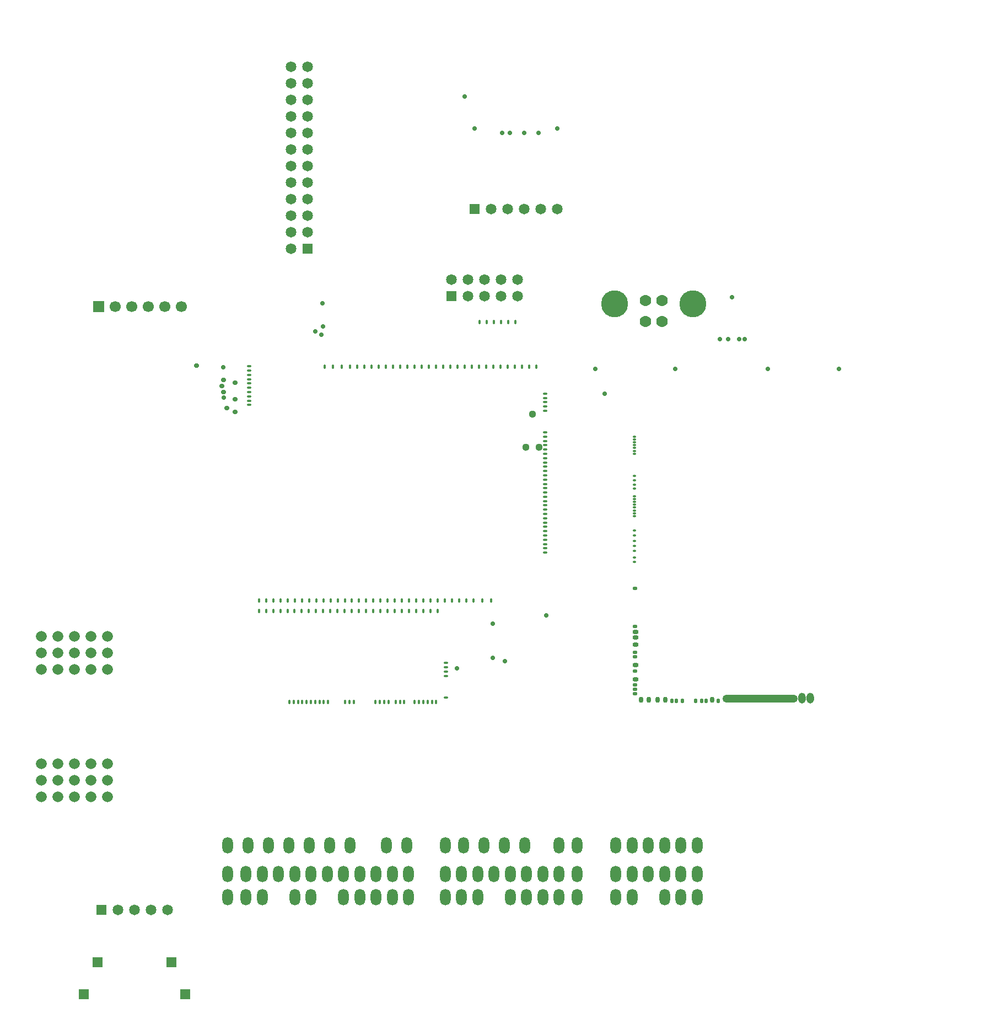
<source format=gbs>
G75*
G70*
%OFA0B0*%
%FSLAX25Y25*%
%IPPOS*%
%LPD*%
%AMOC8*
5,1,8,0,0,1.08239X$1,22.5*
%
%AMM65*
21,1,0.015350,0.009840,0.000000,0.000000,180.000000*
21,1,0.000000,0.025200,0.000000,0.000000,180.000000*
1,1,0.015350,0.000000,0.004920*
1,1,0.015350,0.000000,0.004920*
1,1,0.015350,0.000000,-0.004920*
1,1,0.015350,0.000000,-0.004920*
%
%AMM66*
21,1,0.015350,0.009840,0.000000,0.000000,90.000000*
21,1,0.000000,0.025200,0.000000,0.000000,90.000000*
1,1,0.015350,0.004920,0.000000*
1,1,0.015350,0.004920,0.000000*
1,1,0.015350,-0.004920,0.000000*
1,1,0.015350,-0.004920,0.000000*
%
%AMM85*
21,1,0.015350,0.009840,0.000000,0.000000,0.000000*
21,1,0.000000,0.025200,0.000000,0.000000,0.000000*
1,1,0.015350,0.000000,-0.004920*
1,1,0.015350,0.000000,-0.004920*
1,1,0.015350,0.000000,0.004920*
1,1,0.015350,0.000000,0.004920*
%
%ADD105C,0.04451*%
%ADD138O,0.02913X0.02126*%
%ADD142O,0.04488X0.06457*%
%ADD153O,0.02913X0.03701*%
%ADD184M65*%
%ADD187O,0.45433X0.04882*%
%ADD19C,0.06951*%
%ADD241O,0.06457X0.10000*%
%ADD244M85*%
%ADD249R,0.06457X0.06457*%
%ADD264C,0.00551*%
%ADD270M66*%
%ADD281O,0.02126X0.01339*%
%ADD32C,0.16299*%
%ADD41C,0.06693*%
%ADD50R,0.06693X0.06693*%
%ADD71C,0.06551*%
%ADD75O,0.02126X0.02913*%
%ADD78C,0.06457*%
%ADD82O,0.03701X0.02913*%
%ADD89C,0.02913*%
X0000000Y0000000D02*
G01*
G75*
D142*
X0495282Y0198873D02*
D03*
X0490337Y0198873D02*
D03*
D82*
X0389652Y0238834D02*
D03*
X0389652Y0235389D02*
D03*
X0389652Y0231156D02*
D03*
X0389652Y0218853D02*
D03*
X0389652Y0209896D02*
D03*
D32*
X0376791Y0437106D02*
D03*
X0424193Y0437106D02*
D03*
D89*
X0303219Y0223002D02*
D03*
X0335531Y0248819D02*
D03*
X0310630Y0221063D02*
D03*
X0281693Y0216634D02*
D03*
X0303150Y0243602D02*
D03*
X0286122Y0562225D02*
D03*
X0313583Y0540276D02*
D03*
X0330906Y0540276D02*
D03*
X0322146Y0540276D02*
D03*
X0292323Y0542914D02*
D03*
X0308957Y0540276D02*
D03*
X0342339Y0542949D02*
D03*
X0200374Y0437323D02*
D03*
X0200669Y0423347D02*
D03*
X0199488Y0418327D02*
D03*
X0196043Y0420394D02*
D03*
X0447756Y0441043D02*
D03*
X0445571Y0415748D02*
D03*
X0440551Y0415748D02*
D03*
X0455610Y0415748D02*
D03*
X0452067Y0415748D02*
D03*
X0365302Y0397638D02*
D03*
X0413583Y0397638D02*
D03*
X0370768Y0382677D02*
D03*
X0512402Y0397638D02*
D03*
X0469488Y0397638D02*
D03*
X0140413Y0391142D02*
D03*
X0147638Y0389468D02*
D03*
X0139567Y0387303D02*
D03*
X0140413Y0383858D02*
D03*
X0147638Y0379232D02*
D03*
X0140709Y0380512D02*
D03*
X0142480Y0374114D02*
D03*
X0147638Y0371555D02*
D03*
X0140354Y0398622D02*
D03*
X0124311Y0399803D02*
D03*
D71*
X0030315Y0139016D02*
D03*
X0040315Y0139016D02*
D03*
X0050315Y0139016D02*
D03*
X0060315Y0139016D02*
D03*
X0070315Y0139016D02*
D03*
X0030315Y0149016D02*
D03*
X0070315Y0149016D02*
D03*
X0060315Y0149016D02*
D03*
X0050315Y0149016D02*
D03*
X0040315Y0149016D02*
D03*
X0040315Y0159016D02*
D03*
X0050315Y0159016D02*
D03*
X0060315Y0159016D02*
D03*
X0070315Y0159016D02*
D03*
X0030315Y0159016D02*
D03*
X0030315Y0215945D02*
D03*
X0040315Y0215945D02*
D03*
X0050315Y0215945D02*
D03*
X0060315Y0215945D02*
D03*
X0070315Y0215945D02*
D03*
X0030315Y0225945D02*
D03*
X0070315Y0225945D02*
D03*
X0060315Y0225945D02*
D03*
X0050315Y0225945D02*
D03*
X0040315Y0225945D02*
D03*
X0040315Y0235945D02*
D03*
X0050315Y0235945D02*
D03*
X0060315Y0235945D02*
D03*
X0070315Y0235945D02*
D03*
X0030315Y0235945D02*
D03*
D264*
X0460630Y0027559D02*
D03*
X0086614Y0027559D02*
D03*
X0173622Y0056890D02*
D03*
X0397244Y0056890D02*
D03*
X0135256Y0484803D02*
D03*
X0044272Y0484803D02*
D03*
X0019879Y0279921D02*
D03*
X0586614Y0020079D02*
D03*
X0586614Y0605905D02*
D03*
X0019685Y0605905D02*
D03*
X0019685Y0020079D02*
D03*
D249*
X0108858Y0038878D02*
D03*
X0064370Y0038878D02*
D03*
X0117323Y0019685D02*
D03*
X0055905Y0019685D02*
D03*
X0066614Y0070866D02*
D03*
X0292126Y0494488D02*
D03*
D78*
X0106614Y0070866D02*
D03*
X0096614Y0070866D02*
D03*
X0086614Y0070866D02*
D03*
X0076614Y0070866D02*
D03*
X0342126Y0494488D02*
D03*
X0332126Y0494488D02*
D03*
X0322126Y0494488D02*
D03*
X0312126Y0494488D02*
D03*
X0302126Y0494488D02*
D03*
X0181142Y0580472D02*
D03*
X0191142Y0580472D02*
D03*
X0181142Y0570472D02*
D03*
X0191142Y0570472D02*
D03*
X0181142Y0560472D02*
D03*
X0191142Y0560472D02*
D03*
X0181142Y0550472D02*
D03*
X0191142Y0550472D02*
D03*
X0181142Y0540472D02*
D03*
X0191142Y0540472D02*
D03*
X0181142Y0530472D02*
D03*
X0191142Y0530472D02*
D03*
X0181142Y0520472D02*
D03*
X0191142Y0520472D02*
D03*
X0181142Y0510472D02*
D03*
X0191142Y0510472D02*
D03*
X0181142Y0500472D02*
D03*
X0191142Y0500472D02*
D03*
X0181142Y0490472D02*
D03*
X0191142Y0490472D02*
D03*
X0181142Y0480472D02*
D03*
X0191142Y0480472D02*
D03*
X0181142Y0470472D02*
D03*
D241*
X0142913Y0092520D02*
D03*
X0142913Y0078347D02*
D03*
X0153937Y0092520D02*
D03*
X0153937Y0078347D02*
D03*
X0163779Y0092520D02*
D03*
X0163779Y0078347D02*
D03*
X0173622Y0092520D02*
D03*
X0183465Y0092520D02*
D03*
X0183465Y0078347D02*
D03*
X0193307Y0092520D02*
D03*
X0193307Y0078347D02*
D03*
X0203150Y0092520D02*
D03*
X0212992Y0078347D02*
D03*
X0212992Y0092520D02*
D03*
X0222835Y0078347D02*
D03*
X0222835Y0092520D02*
D03*
X0232677Y0078347D02*
D03*
X0232677Y0092520D02*
D03*
X0242520Y0078347D02*
D03*
X0242520Y0092520D02*
D03*
X0238858Y0109843D02*
D03*
X0252362Y0078347D02*
D03*
X0252362Y0092520D02*
D03*
X0251181Y0109843D02*
D03*
X0274409Y0078347D02*
D03*
X0274409Y0092520D02*
D03*
X0274409Y0109843D02*
D03*
X0284252Y0078347D02*
D03*
X0284252Y0092520D02*
D03*
X0285433Y0109843D02*
D03*
X0294094Y0078347D02*
D03*
X0294094Y0092520D02*
D03*
X0303937Y0092520D02*
D03*
X0297756Y0109843D02*
D03*
X0313779Y0078347D02*
D03*
X0313779Y0092520D02*
D03*
X0310079Y0109843D02*
D03*
X0323622Y0078347D02*
D03*
X0323622Y0092520D02*
D03*
X0322402Y0109843D02*
D03*
X0333465Y0078347D02*
D03*
X0333465Y0092520D02*
D03*
X0343307Y0078347D02*
D03*
X0343307Y0092520D02*
D03*
X0343307Y0109843D02*
D03*
X0354331Y0078347D02*
D03*
X0354331Y0092520D02*
D03*
X0354331Y0109843D02*
D03*
X0377559Y0078347D02*
D03*
X0377559Y0092520D02*
D03*
X0377559Y0109843D02*
D03*
X0387402Y0078347D02*
D03*
X0387402Y0092520D02*
D03*
X0387402Y0109843D02*
D03*
X0397244Y0092520D02*
D03*
X0407087Y0078347D02*
D03*
X0407087Y0092520D02*
D03*
X0407087Y0109843D02*
D03*
X0416929Y0078347D02*
D03*
X0416929Y0092520D02*
D03*
X0426772Y0078347D02*
D03*
X0426772Y0092520D02*
D03*
X0416929Y0109843D02*
D03*
X0426772Y0109843D02*
D03*
X0216850Y0109843D02*
D03*
X0204528Y0109843D02*
D03*
X0192205Y0109843D02*
D03*
X0179882Y0109843D02*
D03*
X0167559Y0109843D02*
D03*
X0155236Y0109843D02*
D03*
X0142913Y0109843D02*
D03*
X0397244Y0109843D02*
D03*
D19*
X0405413Y0426437D02*
D03*
X0405413Y0439094D02*
D03*
X0395571Y0439094D02*
D03*
X0395571Y0426437D02*
D03*
D41*
X0114764Y0435433D02*
D03*
X0104764Y0435433D02*
D03*
X0094764Y0435433D02*
D03*
X0084764Y0435433D02*
D03*
X0074764Y0435433D02*
D03*
D50*
X0064764Y0435433D02*
D03*
D249*
X0191142Y0470472D02*
D03*
D184*
X0295079Y0425886D02*
D03*
X0299409Y0425886D02*
D03*
X0303740Y0425886D02*
D03*
X0308071Y0425886D02*
D03*
X0312402Y0425886D02*
D03*
X0316732Y0425886D02*
D03*
X0329626Y0399024D02*
D03*
X0161752Y0257571D02*
D03*
X0183406Y0257571D02*
D03*
X0187736Y0257571D02*
D03*
X0312303Y0399024D02*
D03*
X0307972Y0399024D02*
D03*
X0303642Y0399024D02*
D03*
X0299311Y0399024D02*
D03*
X0294980Y0399024D02*
D03*
X0290650Y0399024D02*
D03*
X0286319Y0399024D02*
D03*
X0281988Y0399024D02*
D03*
X0277657Y0399024D02*
D03*
X0273327Y0399024D02*
D03*
X0268996Y0399024D02*
D03*
X0264665Y0399024D02*
D03*
X0260335Y0399024D02*
D03*
X0256004Y0399024D02*
D03*
X0251673Y0399024D02*
D03*
X0247342Y0399024D02*
D03*
X0243012Y0399024D02*
D03*
X0238681Y0399024D02*
D03*
X0234350Y0399024D02*
D03*
X0230020Y0399024D02*
D03*
X0225689Y0399024D02*
D03*
X0221358Y0399024D02*
D03*
X0201398Y0399024D02*
D03*
X0206594Y0399024D02*
D03*
X0211791Y0399024D02*
D03*
X0217028Y0399024D02*
D03*
X0192067Y0257571D02*
D03*
X0196398Y0257571D02*
D03*
X0200729Y0257571D02*
D03*
X0205059Y0257571D02*
D03*
X0209390Y0257571D02*
D03*
X0213721Y0257571D02*
D03*
X0218051Y0257571D02*
D03*
X0222382Y0257571D02*
D03*
X0226713Y0257571D02*
D03*
X0231043Y0257571D02*
D03*
X0235374Y0257571D02*
D03*
X0239705Y0257571D02*
D03*
X0244036Y0257571D02*
D03*
X0248366Y0257571D02*
D03*
X0252697Y0257571D02*
D03*
X0257028Y0257571D02*
D03*
X0261358Y0257571D02*
D03*
X0265689Y0257571D02*
D03*
X0270020Y0257571D02*
D03*
X0274350Y0257571D02*
D03*
X0278681Y0257571D02*
D03*
X0283012Y0257571D02*
D03*
X0302067Y0257571D02*
D03*
X0296870Y0257571D02*
D03*
X0291673Y0257571D02*
D03*
X0287343Y0257571D02*
D03*
X0166083Y0257571D02*
D03*
X0170414Y0257571D02*
D03*
X0174744Y0257571D02*
D03*
X0179075Y0257571D02*
D03*
X0325295Y0399024D02*
D03*
X0320964Y0399024D02*
D03*
X0316634Y0399024D02*
D03*
X0174724Y0251287D02*
D03*
X0170394Y0251287D02*
D03*
X0166063Y0251287D02*
D03*
X0161732Y0251287D02*
D03*
X0269012Y0196319D02*
D03*
X0266413Y0196319D02*
D03*
X0263815Y0196319D02*
D03*
X0261217Y0196319D02*
D03*
X0258618Y0196319D02*
D03*
X0256020Y0196319D02*
D03*
X0249717Y0196319D02*
D03*
X0247118Y0196319D02*
D03*
X0244520Y0196319D02*
D03*
X0240107Y0196319D02*
D03*
X0237508Y0196319D02*
D03*
X0234910Y0196319D02*
D03*
X0232311Y0196319D02*
D03*
X0219217Y0196319D02*
D03*
X0216618Y0196319D02*
D03*
X0214020Y0196319D02*
D03*
X0203602Y0196319D02*
D03*
X0201004Y0196319D02*
D03*
X0198406Y0196319D02*
D03*
X0195807Y0196319D02*
D03*
X0193209Y0196319D02*
D03*
X0190610Y0196319D02*
D03*
X0188012Y0196319D02*
D03*
X0185413Y0196319D02*
D03*
X0182815Y0196319D02*
D03*
X0180217Y0196319D02*
D03*
X0179055Y0251287D02*
D03*
X0183386Y0251287D02*
D03*
X0187716Y0251287D02*
D03*
X0192047Y0251287D02*
D03*
X0196378Y0251287D02*
D03*
X0200709Y0251287D02*
D03*
X0205039Y0251287D02*
D03*
X0209370Y0251287D02*
D03*
X0213701Y0251287D02*
D03*
X0218031Y0251287D02*
D03*
X0222362Y0251287D02*
D03*
X0226693Y0251287D02*
D03*
X0231024Y0251287D02*
D03*
X0235354Y0251287D02*
D03*
X0239685Y0251287D02*
D03*
X0244016Y0251287D02*
D03*
X0248346Y0251287D02*
D03*
X0252677Y0251287D02*
D03*
X0257008Y0251287D02*
D03*
X0261338Y0251287D02*
D03*
X0265669Y0251287D02*
D03*
X0270000Y0251287D02*
D03*
D281*
X0388864Y0356845D02*
D03*
X0388864Y0355113D02*
D03*
X0388864Y0353381D02*
D03*
X0388864Y0351648D02*
D03*
X0388864Y0349916D02*
D03*
X0388864Y0348184D02*
D03*
X0388864Y0346452D02*
D03*
X0388864Y0333046D02*
D03*
X0388864Y0330448D02*
D03*
X0388864Y0327849D02*
D03*
X0388864Y0325251D02*
D03*
X0388864Y0320822D02*
D03*
X0388864Y0319089D02*
D03*
X0388864Y0317357D02*
D03*
X0388864Y0315625D02*
D03*
X0388864Y0313893D02*
D03*
X0388864Y0312160D02*
D03*
X0388864Y0310428D02*
D03*
X0388864Y0308696D02*
D03*
X0388864Y0300054D02*
D03*
X0388864Y0296921D02*
D03*
X0388864Y0293771D02*
D03*
X0388864Y0290621D02*
D03*
X0388864Y0281078D02*
D03*
X0388864Y0283676D02*
D03*
X0388864Y0287849D02*
D03*
D138*
X0389278Y0265113D02*
D03*
X0389278Y0242082D02*
D03*
X0389278Y0201256D02*
D03*
X0389278Y0203991D02*
D03*
X0389278Y0206669D02*
D03*
X0389278Y0215035D02*
D03*
X0389278Y0223873D02*
D03*
X0389278Y0226432D02*
D03*
D153*
X0392821Y0197593D02*
D03*
X0397447Y0197593D02*
D03*
X0402762Y0197593D02*
D03*
X0407388Y0197593D02*
D03*
X0435734Y0197593D02*
D03*
D187*
X0464967Y0198381D02*
D03*
D75*
X0439573Y0197200D02*
D03*
X0432310Y0197200D02*
D03*
X0425913Y0197200D02*
D03*
X0411404Y0197200D02*
D03*
X0414200Y0197200D02*
D03*
X0417743Y0197200D02*
D03*
X0429435Y0197200D02*
D03*
D270*
X0155807Y0396693D02*
D03*
X0155807Y0399291D02*
D03*
X0155807Y0375905D02*
D03*
X0155807Y0378504D02*
D03*
X0155807Y0381102D02*
D03*
X0155807Y0383701D02*
D03*
X0155807Y0386299D02*
D03*
X0155807Y0388898D02*
D03*
X0155807Y0391496D02*
D03*
X0155807Y0394094D02*
D03*
X0335047Y0307421D02*
D03*
X0335047Y0310020D02*
D03*
X0335047Y0312618D02*
D03*
X0335047Y0315216D02*
D03*
X0335047Y0317815D02*
D03*
X0335047Y0320413D02*
D03*
X0335047Y0323012D02*
D03*
X0335047Y0325610D02*
D03*
X0335047Y0328209D02*
D03*
X0335047Y0330807D02*
D03*
X0335047Y0333405D02*
D03*
X0335047Y0336004D02*
D03*
X0335047Y0338602D02*
D03*
X0335047Y0341201D02*
D03*
X0335047Y0343799D02*
D03*
X0335047Y0346398D02*
D03*
X0335047Y0348996D02*
D03*
X0335047Y0351594D02*
D03*
X0335047Y0354193D02*
D03*
X0335047Y0356791D02*
D03*
X0335047Y0359390D02*
D03*
X0335047Y0372382D02*
D03*
X0335047Y0382776D02*
D03*
X0335047Y0380177D02*
D03*
X0335047Y0377579D02*
D03*
X0335047Y0374980D02*
D03*
X0335047Y0286634D02*
D03*
X0335047Y0289232D02*
D03*
X0335047Y0291831D02*
D03*
X0335047Y0294429D02*
D03*
X0335047Y0297027D02*
D03*
X0335047Y0299626D02*
D03*
X0335047Y0302224D02*
D03*
X0335047Y0304823D02*
D03*
X0275000Y0199127D02*
D03*
X0275000Y0219914D02*
D03*
X0275000Y0217316D02*
D03*
X0275000Y0214717D02*
D03*
X0275000Y0212119D02*
D03*
X0154331Y0194882D02*
G01*
G75*
D244*
X0270000Y0251288D02*
D03*
X0265669Y0251288D02*
D03*
X0261339Y0251288D02*
D03*
X0257008Y0251288D02*
D03*
X0252677Y0251288D02*
D03*
X0248347Y0251288D02*
D03*
X0244016Y0251288D02*
D03*
X0239685Y0251288D02*
D03*
X0235355Y0251288D02*
D03*
X0231024Y0251288D02*
D03*
X0226693Y0251288D02*
D03*
X0222362Y0251288D02*
D03*
X0218032Y0251288D02*
D03*
X0213701Y0251288D02*
D03*
X0209370Y0251288D02*
D03*
X0205040Y0251288D02*
D03*
X0200709Y0251288D02*
D03*
X0196378Y0251288D02*
D03*
X0192047Y0251288D02*
D03*
X0187717Y0251288D02*
D03*
X0183386Y0251288D02*
D03*
X0179055Y0251288D02*
D03*
X0180217Y0196319D02*
D03*
X0182815Y0196319D02*
D03*
X0185414Y0196319D02*
D03*
X0188012Y0196319D02*
D03*
X0190611Y0196319D02*
D03*
X0193209Y0196319D02*
D03*
X0195807Y0196319D02*
D03*
X0198406Y0196319D02*
D03*
X0201004Y0196319D02*
D03*
X0203603Y0196319D02*
D03*
X0214020Y0196319D02*
D03*
X0216618Y0196319D02*
D03*
X0219217Y0196319D02*
D03*
X0232312Y0196319D02*
D03*
X0234910Y0196319D02*
D03*
X0237509Y0196319D02*
D03*
X0240107Y0196319D02*
D03*
X0244520Y0196319D02*
D03*
X0247118Y0196319D02*
D03*
X0249717Y0196319D02*
D03*
X0256020Y0196319D02*
D03*
X0258618Y0196319D02*
D03*
X0261217Y0196319D02*
D03*
X0263815Y0196319D02*
D03*
X0266414Y0196319D02*
D03*
X0269012Y0196319D02*
D03*
X0161733Y0251288D02*
D03*
X0166063Y0251288D02*
D03*
X0170394Y0251288D02*
D03*
X0174725Y0251288D02*
D03*
D270*
X0275000Y0212119D02*
D03*
X0275000Y0214717D02*
D03*
X0275000Y0217316D02*
D03*
X0275000Y0219914D02*
D03*
X0275000Y0199127D02*
D03*
X0153937Y0255512D02*
G01*
G75*
D105*
X0323362Y0350433D02*
D03*
X0331362Y0350433D02*
D03*
X0327362Y0370433D02*
D03*
D270*
X0155807Y0396693D02*
D03*
X0155807Y0399292D02*
D03*
X0155807Y0375906D02*
D03*
X0155807Y0378504D02*
D03*
X0155807Y0381103D02*
D03*
X0155807Y0383701D02*
D03*
X0155807Y0386299D02*
D03*
X0155807Y0388898D02*
D03*
X0155807Y0391496D02*
D03*
X0155807Y0394095D02*
D03*
X0335047Y0307421D02*
D03*
X0335047Y0310020D02*
D03*
X0335047Y0312618D02*
D03*
X0335047Y0315217D02*
D03*
X0335047Y0317815D02*
D03*
X0335047Y0320414D02*
D03*
X0335047Y0323012D02*
D03*
X0335047Y0325610D02*
D03*
X0335047Y0328209D02*
D03*
X0335047Y0330807D02*
D03*
X0335047Y0333406D02*
D03*
X0335047Y0336004D02*
D03*
X0335047Y0338603D02*
D03*
X0335047Y0341201D02*
D03*
X0335047Y0343799D02*
D03*
X0335047Y0346398D02*
D03*
X0335047Y0348996D02*
D03*
X0335047Y0351595D02*
D03*
X0335047Y0354193D02*
D03*
X0335047Y0356791D02*
D03*
X0335047Y0359390D02*
D03*
X0335047Y0372382D02*
D03*
X0335047Y0382776D02*
D03*
X0335047Y0380177D02*
D03*
X0335047Y0377579D02*
D03*
X0335047Y0374980D02*
D03*
X0335047Y0286634D02*
D03*
X0335047Y0289232D02*
D03*
X0335047Y0291831D02*
D03*
X0335047Y0294429D02*
D03*
X0335047Y0297028D02*
D03*
X0335047Y0299626D02*
D03*
X0335047Y0302225D02*
D03*
X0335047Y0304823D02*
D03*
D244*
X0329626Y0399024D02*
D03*
X0161752Y0257571D02*
D03*
X0183406Y0257571D02*
D03*
X0187736Y0257571D02*
D03*
X0312303Y0399024D02*
D03*
X0307972Y0399024D02*
D03*
X0303642Y0399024D02*
D03*
X0299311Y0399024D02*
D03*
X0294980Y0399024D02*
D03*
X0290650Y0399024D02*
D03*
X0286319Y0399024D02*
D03*
X0281988Y0399024D02*
D03*
X0277657Y0399024D02*
D03*
X0273327Y0399024D02*
D03*
X0268996Y0399024D02*
D03*
X0264665Y0399024D02*
D03*
X0260335Y0399024D02*
D03*
X0256004Y0399024D02*
D03*
X0251673Y0399024D02*
D03*
X0247342Y0399024D02*
D03*
X0243012Y0399024D02*
D03*
X0238681Y0399024D02*
D03*
X0234350Y0399024D02*
D03*
X0230020Y0399024D02*
D03*
X0225689Y0399024D02*
D03*
X0221358Y0399024D02*
D03*
X0201398Y0399024D02*
D03*
X0206595Y0399024D02*
D03*
X0211791Y0399024D02*
D03*
X0217028Y0399024D02*
D03*
X0192067Y0257571D02*
D03*
X0196398Y0257571D02*
D03*
X0200728Y0257571D02*
D03*
X0205059Y0257571D02*
D03*
X0209390Y0257571D02*
D03*
X0213721Y0257571D02*
D03*
X0218051Y0257571D02*
D03*
X0222382Y0257571D02*
D03*
X0226713Y0257571D02*
D03*
X0231043Y0257571D02*
D03*
X0235374Y0257571D02*
D03*
X0239705Y0257571D02*
D03*
X0244036Y0257571D02*
D03*
X0248366Y0257571D02*
D03*
X0252697Y0257571D02*
D03*
X0257028Y0257571D02*
D03*
X0261358Y0257571D02*
D03*
X0265689Y0257571D02*
D03*
X0270020Y0257571D02*
D03*
X0274350Y0257571D02*
D03*
X0278681Y0257571D02*
D03*
X0283012Y0257571D02*
D03*
X0302067Y0257571D02*
D03*
X0296870Y0257571D02*
D03*
X0291673Y0257571D02*
D03*
X0287342Y0257571D02*
D03*
X0166083Y0257571D02*
D03*
X0170414Y0257571D02*
D03*
X0174744Y0257571D02*
D03*
X0179075Y0257571D02*
D03*
X0325295Y0399024D02*
D03*
X0320964Y0399024D02*
D03*
X0316634Y0399024D02*
D03*
X0362795Y0370472D02*
G01*
G75*
D89*
X0469488Y0397637D02*
D03*
X0512401Y0397637D02*
D03*
X0370767Y0382677D02*
D03*
X0413582Y0397637D02*
D03*
X0365302Y0397637D02*
D03*
X0272638Y0508780D02*
G01*
G75*
D89*
X0286122Y0562225D02*
D03*
X0313583Y0540276D02*
D03*
X0330906Y0540276D02*
D03*
X0322146Y0540276D02*
D03*
X0292323Y0542914D02*
D03*
X0308957Y0540276D02*
D03*
X0342339Y0542950D02*
D03*
X0278248Y0188976D02*
G01*
G75*
D89*
X0303219Y0223002D02*
D03*
X0335532Y0248818D02*
D03*
X0310630Y0221063D02*
D03*
X0281693Y0216633D02*
D03*
X0303150Y0243602D02*
D03*
X0151279Y0166929D02*
G01*
G75*
X0387795Y0195669D02*
G01*
G75*
D142*
X0495281Y0198873D02*
D03*
X0490337Y0198873D02*
D03*
D82*
X0389651Y0238833D02*
D03*
X0389651Y0235388D02*
D03*
X0389651Y0231156D02*
D03*
X0389651Y0218853D02*
D03*
X0389651Y0209896D02*
D03*
D281*
X0388864Y0356845D02*
D03*
X0388864Y0355113D02*
D03*
X0388864Y0353381D02*
D03*
X0388864Y0351648D02*
D03*
X0388864Y0349916D02*
D03*
X0388864Y0348184D02*
D03*
X0388864Y0346451D02*
D03*
X0388864Y0333046D02*
D03*
X0388864Y0330447D02*
D03*
X0388864Y0327849D02*
D03*
X0388864Y0325250D02*
D03*
X0388864Y0320821D02*
D03*
X0388864Y0319089D02*
D03*
X0388864Y0317357D02*
D03*
X0388864Y0315625D02*
D03*
X0388864Y0313892D02*
D03*
X0388864Y0312160D02*
D03*
X0388864Y0310428D02*
D03*
X0388864Y0308695D02*
D03*
X0388864Y0300054D02*
D03*
X0388864Y0296920D02*
D03*
X0388864Y0293771D02*
D03*
X0388864Y0290621D02*
D03*
X0388864Y0281077D02*
D03*
X0388864Y0283676D02*
D03*
X0388864Y0287849D02*
D03*
D138*
X0389278Y0265113D02*
D03*
X0389278Y0242081D02*
D03*
X0389278Y0201255D02*
D03*
X0389278Y0203991D02*
D03*
X0389278Y0206669D02*
D03*
X0389278Y0215035D02*
D03*
X0389278Y0223873D02*
D03*
X0389278Y0226432D02*
D03*
D153*
X0392821Y0197593D02*
D03*
X0397447Y0197593D02*
D03*
X0402762Y0197593D02*
D03*
X0407388Y0197593D02*
D03*
X0435734Y0197593D02*
D03*
D187*
X0464966Y0198381D02*
D03*
D75*
X0439573Y0197199D02*
D03*
X0432310Y0197199D02*
D03*
X0425912Y0197199D02*
D03*
X0411403Y0197199D02*
D03*
X0414200Y0197199D02*
D03*
X0417743Y0197199D02*
D03*
X0429435Y0197199D02*
D03*
X0117716Y0350295D02*
G01*
G75*
D89*
X0124015Y0399803D02*
D03*
X0140059Y0398622D02*
D03*
X0147342Y0371555D02*
D03*
X0142185Y0374114D02*
D03*
X0140413Y0380512D02*
D03*
X0147342Y0379232D02*
D03*
X0140118Y0383858D02*
D03*
X0139271Y0387303D02*
D03*
X0147342Y0389468D02*
D03*
X0140118Y0391141D02*
D03*
X0437106Y0403150D02*
G01*
G75*
D89*
X0452067Y0415748D02*
D03*
X0455610Y0415748D02*
D03*
X0440551Y0415748D02*
D03*
X0445571Y0415748D02*
D03*
X0447756Y0441044D02*
D03*
X0169173Y0412913D02*
G01*
G75*
D89*
X0200374Y0437322D02*
D03*
X0200669Y0423346D02*
D03*
X0199488Y0418326D02*
D03*
X0196043Y0420393D02*
D03*
X0270571Y0424311D02*
G01*
G75*
D78*
X0318228Y0451654D02*
D03*
X0318228Y0441654D02*
D03*
X0308228Y0451654D02*
D03*
X0308228Y0441654D02*
D03*
X0298228Y0451654D02*
D03*
X0298228Y0441654D02*
D03*
X0288228Y0451654D02*
D03*
X0288228Y0441654D02*
D03*
X0278228Y0451654D02*
D03*
D249*
X0278228Y0441654D02*
D03*
D184*
X0316732Y0425886D02*
D03*
X0312402Y0425886D02*
D03*
X0308071Y0425886D02*
D03*
X0303740Y0425886D02*
D03*
X0299410Y0425886D02*
D03*
X0295079Y0425886D02*
D03*
M02*

</source>
